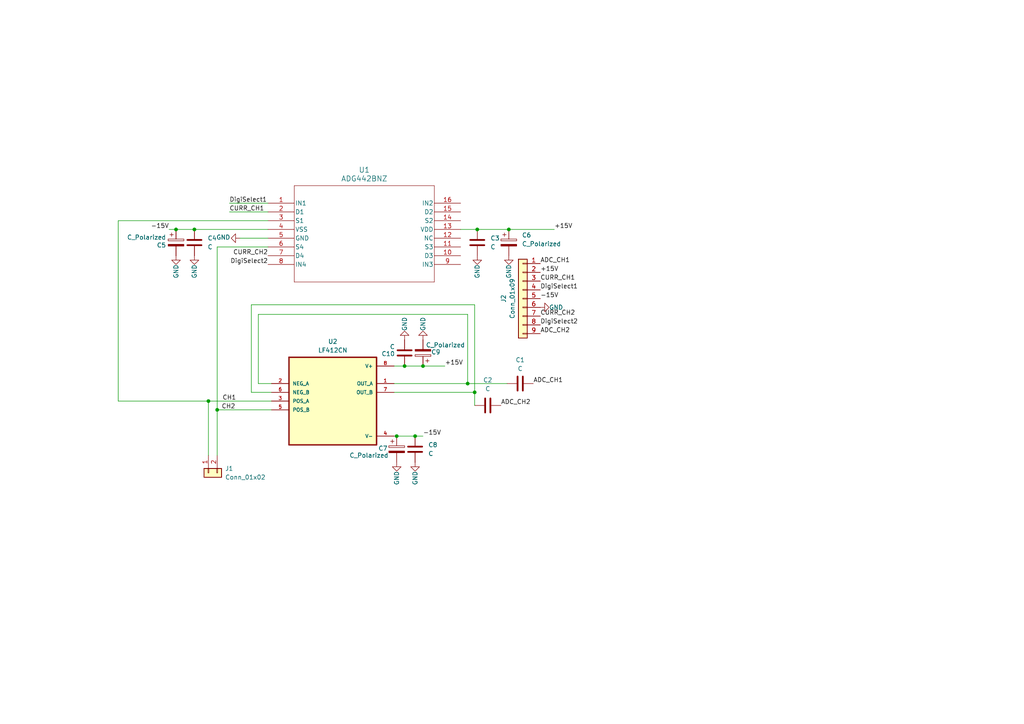
<source format=kicad_sch>
(kicad_sch (version 20230121) (generator eeschema)
  (paper "A4")
  (lib_symbols
    (symbol "ADG442BNZ:ADG442BNZ" (pin_names (offset 0.254))
      (property "Reference" "U" (at 27.94 10.16 0))
      (property "Value" "ADG442BNZ" (at 27.94 7.62 0))
      (symbol "ADG442BNZ_0_1"
        (polyline (pts (xy 7.62 -22.86) (xy 48.26 -22.86)) (stroke (width 0.127)))
        (polyline (pts (xy 7.62 5.08) (xy 7.62 -22.86)) (stroke (width 0.127)))
        (polyline (pts (xy 48.26 -22.86) (xy 48.26 5.08)) (stroke (width 0.127)))
        (polyline (pts (xy 48.26 5.08) (xy 7.62 5.08)) (stroke (width 0.127)))
        (pin unspecified line (at 0 0 0) (length 7.62) (name "IN1") (number "1"))
        (pin unspecified line (at 55.88 -15.24 180) (length 7.62) (name "D3") (number "10"))
        (pin unspecified line (at 55.88 -12.7 180) (length 7.62) (name "S3") (number "11"))
        (pin unspecified line (at 55.88 -10.16 180) (length 7.62) (name "NC") (number "12"))
        (pin power_in line (at 55.88 -7.62 180) (length 7.62) (name "VDD") (number "13"))
        (pin unspecified line (at 55.88 -5.08 180) (length 7.62) (name "S2") (number "14"))
        (pin unspecified line (at 55.88 -2.54 180) (length 7.62) (name "D2") (number "15"))
        (pin unspecified line (at 55.88 0 180) (length 7.62) (name "IN2") (number "16"))
        (pin unspecified line (at 0 -2.54 0) (length 7.62) (name "D1") (number "2"))
        (pin unspecified line (at 0 -5.08 0) (length 7.62) (name "S1") (number "3"))
        (pin power_in line (at 0 -7.62 0) (length 7.62) (name "VSS") (number "4"))
        (pin unspecified line (at 0 -10.16 0) (length 7.62) (name "GND") (number "5"))
        (pin unspecified line (at 0 -12.7 0) (length 7.62) (name "S4") (number "6"))
        (pin unspecified line (at 0 -15.24 0) (length 7.62) (name "D4") (number "7"))
        (pin unspecified line (at 0 -17.78 0) (length 7.62) (name "IN4") (number "8"))
        (pin unspecified line (at 55.88 -17.78 180) (length 7.62) (name "IN3") (number "9"))
      )
    )
    (symbol "Connector_Generic:Conn_01x02" (pin_names (offset 1.016) hide)
      (property "Reference" "J" (at 0 2.54 0))
      (property "Value" "Conn_01x02" (at 0 -5.08 0))
      (symbol "Conn_01x02_1_1"
        (rectangle (start -1.27 -2.413) (end 0 -2.667) (stroke (width 0.1524)))
        (rectangle (start -1.27 0.127) (end 0 -0.127) (stroke (width 0.1524)))
        (rectangle (start -1.27 1.27) (end 1.27 -3.81) (stroke (width 0.254)) (fill (type background)))
        (pin passive line (at -5.08 0 0) (length 3.81) (name "Pin_1") (number "1"))
        (pin passive line (at -5.08 -2.54 0) (length 3.81) (name "Pin_2") (number "2"))
      )
    )
    (symbol "Connector_Generic:Conn_01x09" (pin_names (offset 1.016) hide)
      (property "Reference" "J" (at 0 12.7 0))
      (property "Value" "Conn_01x09" (at 0 -12.7 0))
      (symbol "Conn_01x09_1_1"
        (rectangle (start -1.27 -10.033) (end 0 -10.287) (stroke (width 0.1524)))
        (rectangle (start -1.27 -7.493) (end 0 -7.747) (stroke (width 0.1524)))
        (rectangle (start -1.27 -4.953) (end 0 -5.207) (stroke (width 0.1524)))
        (rectangle (start -1.27 -2.413) (end 0 -2.667) (stroke (width 0.1524)))
        (rectangle (start -1.27 0.127) (end 0 -0.127) (stroke (width 0.1524)))
        (rectangle (start -1.27 2.667) (end 0 2.413) (stroke (width 0.1524)))
        (rectangle (start -1.27 5.207) (end 0 4.953) (stroke (width 0.1524)))
        (rectangle (start -1.27 7.747) (end 0 7.493) (stroke (width 0.1524)))
        (rectangle (start -1.27 10.287) (end 0 10.033) (stroke (width 0.1524)))
        (rectangle (start -1.27 11.43) (end 1.27 -11.43) (stroke (width 0.254)) (fill (type background)))
        (pin passive line (at -5.08 10.16 0) (length 3.81) (name "Pin_1") (number "1"))
        (pin passive line (at -5.08 7.62 0) (length 3.81) (name "Pin_2") (number "2"))
        (pin passive line (at -5.08 5.08 0) (length 3.81) (name "Pin_3") (number "3"))
        (pin passive line (at -5.08 2.54 0) (length 3.81) (name "Pin_4") (number "4"))
        (pin passive line (at -5.08 0 0) (length 3.81) (name "Pin_5") (number "5"))
        (pin passive line (at -5.08 -2.54 0) (length 3.81) (name "Pin_6") (number "6"))
        (pin passive line (at -5.08 -5.08 0) (length 3.81) (name "Pin_7") (number "7"))
        (pin passive line (at -5.08 -7.62 0) (length 3.81) (name "Pin_8") (number "8"))
        (pin passive line (at -5.08 -10.16 0) (length 3.81) (name "Pin_9") (number "9"))
      )
    )
    (symbol "Device:C" (pin_numbers hide) (pin_names (offset 0.254))
      (property "Reference" "C" (at 0.635 2.54 0))
      (property "Value" "C" (at 0.635 -2.54 0))
      (symbol "C_0_1"
        (polyline (pts (xy -2.032 -0.762) (xy 2.032 -0.762)) (stroke (width 0.508)))
        (polyline (pts (xy -2.032 0.762) (xy 2.032 0.762)) (stroke (width 0.508)))
      )
      (symbol "C_1_1"
        (pin passive line (at 0 3.81 270) (length 2.794) (name "~") (number "1"))
        (pin passive line (at 0 -3.81 90) (length 2.794) (name "~") (number "2"))
      )
    )
    (symbol "Device:C_Polarized" (pin_numbers hide) (pin_names (offset 0.254))
      (property "Reference" "C" (at 0.635 2.54 0))
      (property "Value" "C_Polarized" (at 0.635 -2.54 0))
      (symbol "C_Polarized_0_1"
        (rectangle (start -2.286 0.508) (end 2.286 1.016))
        (polyline (pts (xy -1.778 2.286) (xy -0.762 2.286)))
        (polyline (pts (xy -1.27 2.794) (xy -1.27 1.778)))
        (rectangle (start 2.286 -0.508) (end -2.286 -1.016) (fill (type outline)))
      )
      (symbol "C_Polarized_1_1"
        (pin passive line (at 0 3.81 270) (length 2.794) (name "~") (number "1"))
        (pin passive line (at 0 -3.81 90) (length 2.794) (name "~") (number "2"))
      )
    )
    (symbol "LF412CN:LF412CN" (pin_names (offset 1.016))
      (property "Reference" "U" (at -12.7 13.7 0))
      (property "Value" "LF412CN" (at -12.7 -16.7 0))
      (symbol "LF412CN_0_0"
        (rectangle (start -12.7 12.7) (end 12.7 -12.7) (stroke (width 0.41)) (fill (type background)))
        (pin output line (at 17.78 5.08 180) (length 5.08) (name "OUT_A") (number "1"))
        (pin input line (at -17.78 5.08 0) (length 5.08) (name "NEG_A") (number "2"))
        (pin input line (at -17.78 0 0) (length 5.08) (name "POS_A") (number "3"))
        (pin power_in line (at 17.78 -10.16 180) (length 5.08) (name "V-") (number "4"))
        (pin input line (at -17.78 -2.54 0) (length 5.08) (name "POS_B") (number "5"))
        (pin input line (at -17.78 2.54 0) (length 5.08) (name "NEG_B") (number "6"))
        (pin output line (at 17.78 2.54 180) (length 5.08) (name "OUT_B") (number "7"))
        (pin power_in line (at 17.78 10.16 180) (length 5.08) (name "V+") (number "8"))
      )
    )
    (symbol "power:GND" (power) (pin_names (offset 0))
      (property "Value" "GND" (at 0 -3.81 0))
      (symbol "GND_0_1"
        (polyline (pts (xy 0 0) (xy 0 -1.27) (xy 1.27 -1.27) (xy 0 -2.54) (xy -1.27 -1.27) (xy 0 -1.27)))
      )
      (symbol "GND_1_1"
        (pin power_in line (at 0 0 270) (length 0) hide (name "GND") (number "1"))
      )
    )
  )
  (junction (at 138.43 66.548))
  (junction (at 122.682 106.172))
  (junction (at 60.452 116.332))
  (junction (at 62.992 118.872))
  (junction (at 120.396 126.492))
  (junction (at 115.062 126.492))
  (junction (at 135.636 111.252))
  (junction (at 147.574 66.548))
  (junction (at 137.668 113.792))
  (junction (at 117.348 106.172))
  (junction (at 56.388 66.548))
  (junction (at 51.054 66.548))
  (wire (pts (xy 49.022 66.548) (xy 51.054 66.548)))
  (wire (pts (xy 138.43 66.548) (xy 133.604 66.548)))
  (wire (pts (xy 74.93 111.252) (xy 78.74 111.252)))
  (wire (pts (xy 160.782 66.548) (xy 147.574 66.548)))
  (wire (pts (xy 60.452 116.332) (xy 78.74 116.332)))
  (wire (pts (xy 51.054 66.548) (xy 56.388 66.548)))
  (wire (pts (xy 72.898 113.792) (xy 72.898 88.392)))
  (wire (pts (xy 122.682 126.492) (xy 120.396 126.492)))
  (wire (pts (xy 74.93 91.186) (xy 135.636 91.186)))
  (wire (pts (xy 34.29 64.008) (xy 34.29 116.332)))
  (wire (pts (xy 147.574 66.548) (xy 138.43 66.548)))
  (wire (pts (xy 135.636 91.186) (xy 135.636 111.252)))
  (wire (pts (xy 69.596 69.088) (xy 77.724 69.088)))
  (wire (pts (xy 135.636 111.252) (xy 147.066 111.252)))
  (wire (pts (xy 120.396 126.492) (xy 115.062 126.492)))
  (wire (pts (xy 72.898 88.392) (xy 137.668 88.392)))
  (wire (pts (xy 66.548 61.468) (xy 77.724 61.468)))
  (wire (pts (xy 62.992 118.872) (xy 78.74 118.872)))
  (wire (pts (xy 137.668 117.602) (xy 137.668 113.792)))
  (wire (pts (xy 137.668 113.792) (xy 137.668 88.392)))
  (wire (pts (xy 77.724 64.008) (xy 34.29 64.008)))
  (wire (pts (xy 77.724 71.628) (xy 62.992 71.628)))
  (wire (pts (xy 117.348 106.172) (xy 114.3 106.172)))
  (wire (pts (xy 72.898 113.792) (xy 78.74 113.792)))
  (wire (pts (xy 56.388 66.548) (xy 77.724 66.548)))
  (wire (pts (xy 135.636 111.252) (xy 114.3 111.252)))
  (wire (pts (xy 129.032 106.172) (xy 122.682 106.172)))
  (wire (pts (xy 74.93 91.186) (xy 74.93 111.252)))
  (wire (pts (xy 122.682 106.172) (xy 117.348 106.172)))
  (wire (pts (xy 137.668 113.792) (xy 114.3 113.792)))
  (wire (pts (xy 62.992 118.872) (xy 62.992 132.08)))
  (wire (pts (xy 62.992 71.628) (xy 62.992 118.872)))
  (wire (pts (xy 115.062 126.492) (xy 114.3 126.492)))
  (wire (pts (xy 60.452 116.332) (xy 60.452 132.08)))
  (wire (pts (xy 66.548 58.928) (xy 77.724 58.928)))
  (wire (pts (xy 34.29 116.332) (xy 60.452 116.332)))
  (label "ADC_CH2" (at 145.288 117.602 0))
  (label "ADC_CH1" (at 154.686 111.252 0))
  (label "CH1" (at 64.516 116.332 0))
  (label "DigiSelect2" (at 156.718 94.234 0))
  (label "CURR_CH2" (at 156.718 91.694 0))
  (label "CURR_CH2" (at 77.724 74.168 180))
  (label "+15V" (at 129.032 106.172 0))
  (label "-15V" (at 49.022 66.548 180))
  (label "DigiSelect1" (at 156.718 84.074 0))
  (label "CURR_CH1" (at 66.548 61.468 0))
  (label "ADC_CH1" (at 156.718 76.454 0))
  (label "CH2" (at 64.262 118.872 0))
  (label "CURR_CH1" (at 156.718 81.534 0))
  (label "DigiSelect1" (at 66.548 58.928 0))
  (label "-15V" (at 156.718 86.614 0))
  (label "+15V" (at 156.718 78.994 0))
  (label "DigiSelect2" (at 77.724 76.708 180))
  (label "ADC_CH2" (at 156.718 96.774 0))
  (label "+15V" (at 160.782 66.548 0))
  (label "-15V" (at 122.682 126.492 0))
  (symbol (lib_id "Device:C_Polarized") (at 122.682 102.362 180) (unit 1)
    (property "Reference" "C9" (at 127.762 102.108 0) (effects (justify left)))
    (property "Value" "C_Polarized" (at 134.874 100.076 0) (effects (justify left)))
    (property "Footprint" "Capacitor_THT:C_Disc_D4.3mm_W1.9mm_P5.00mm" (effects hide))
  )
  (symbol (lib_id "Device:C") (at 117.348 102.362 180) (unit 1)
    (property "Reference" "C10" (at 114.554 102.616 0) (effects (justify left)))
    (property "Value" "C" (at 114.554 100.584 0) (effects (justify left)))
    (property "Footprint" "Capacitor_THT:C_Disc_D4.3mm_W1.9mm_P5.00mm" (effects hide))
  )
  (symbol (lib_id "power:GND") (at 117.348 98.552 0) (mirror x) (unit 1)
    (property "Reference" "#PWR010" (effects hide))
    (property "Value" "GND" (at 117.348 93.98 90))
  )
  (symbol (lib_id "power:GND") (at 120.396 134.112 0) (mirror y) (unit 1)
    (property "Reference" "#PWR08" (effects hide))
    (property "Value" "GND" (at 120.396 138.684 90))
  )
  (symbol (lib_id "Device:C") (at 120.396 130.302 0) (unit 1)
    (property "Reference" "C8" (at 124.206 129.032 0) (effects (justify left)))
    (property "Value" "C" (at 124.206 131.572 0) (effects (justify left)))
    (property "Footprint" "Capacitor_THT:C_Disc_D4.3mm_W1.9mm_P5.00mm" (effects hide))
  )
  (symbol (lib_id "Connector_Generic:Conn_01x09") (at 151.638 86.614 0) (mirror y) (unit 1)
    (property "Reference" "J2" (at 146.05 86.614 90))
    (property "Value" "Conn_01x09" (at 148.59 86.614 90))
    (property "Footprint" "Connector_PinSocket_2.54mm:PinSocket_1x09_P2.54mm_Vertical" (effects hide))
  )
  (symbol (lib_id "Device:C_Polarized") (at 115.062 130.302 0) (unit 1)
    (property "Reference" "C7" (at 109.728 130.048 0) (effects (justify left)))
    (property "Value" "C_Polarized" (at 101.346 132.08 0) (effects (justify left)))
    (property "Footprint" "Capacitor_THT:C_Disc_D4.3mm_W1.9mm_P5.00mm" (effects hide))
  )
  (symbol (lib_id "power:GND") (at 156.718 89.154 90) (mirror x) (unit 1)
    (property "Reference" "#PWR02" (effects hide))
    (property "Value" "GND" (at 161.29 89.154 90))
  )
  (symbol (lib_id "Device:C") (at 150.876 111.252 90) (unit 1)
    (property "Reference" "C1" (at 150.876 104.394 90))
    (property "Value" "C" (at 150.876 106.934 90))
    (property "Footprint" "Capacitor_THT:C_Disc_D4.3mm_W1.9mm_P5.00mm" (effects hide))
  )
  (symbol (lib_id "power:GND") (at 138.43 74.168 0) (mirror y) (unit 1)
    (property "Reference" "#PWR03" (effects hide))
    (property "Value" "GND" (at 138.43 78.74 90))
  )
  (symbol (lib_id "Connector_Generic:Conn_01x02") (at 60.452 137.16 90) (mirror x) (unit 1)
    (property "Reference" "J1" (at 65.278 135.89 90) (effects (justify right)))
    (property "Value" "Conn_01x02" (at 65.278 138.43 90) (effects (justify right)))
    (property "Footprint" "Connector_PinSocket_2.54mm:PinSocket_1x02_P2.54mm_Vertical" (effects hide))
  )
  (symbol (lib_id "power:GND") (at 147.574 74.168 0) (mirror y) (unit 1)
    (property "Reference" "#PWR04" (effects hide))
    (property "Value" "GND" (at 147.574 78.74 90))
  )
  (symbol (lib_id "LF412CN:LF412CN") (at 96.52 116.332 0) (unit 1)
    (property "Reference" "U2" (at 96.52 99.06 0))
    (property "Value" "LF412CN" (at 96.52 101.6 0))
    (property "Footprint" "LF412:LF412CN" (effects hide))
  )
  (symbol (lib_id "power:GND") (at 69.596 69.088 270) (unit 1)
    (property "Reference" "#PWR01" (effects hide))
    (property "Value" "GND" (at 66.802 68.834 90) (effects (justify right)))
  )
  (symbol (lib_id "Device:C") (at 141.478 117.602 90) (unit 1)
    (property "Reference" "C2" (at 141.478 110.236 90))
    (property "Value" "C" (at 141.478 112.776 90))
    (property "Footprint" "Capacitor_THT:C_Disc_D6.0mm_W2.5mm_P5.00mm" (effects hide))
  )
  (symbol (lib_id "power:GND") (at 56.388 74.168 0) (mirror y) (unit 1)
    (property "Reference" "#PWR05" (effects hide))
    (property "Value" "GND" (at 56.388 78.74 90))
  )
  (symbol (lib_id "power:GND") (at 51.054 74.168 0) (mirror y) (unit 1)
    (property "Reference" "#PWR06" (effects hide))
    (property "Value" "GND" (at 51.054 78.74 90))
  )
  (symbol (lib_id "power:GND") (at 122.682 98.552 0) (mirror x) (unit 1)
    (property "Reference" "#PWR09" (effects hide))
    (property "Value" "GND" (at 122.682 93.98 90))
  )
  (symbol (lib_id "Device:C_Polarized") (at 147.574 70.358 0) (unit 1)
    (property "Reference" "C6" (at 151.384 68.199 0) (effects (justify left)))
    (property "Value" "C_Polarized" (at 151.384 70.739 0) (effects (justify left)))
    (property "Footprint" "Capacitor_THT:C_Disc_D4.3mm_W1.9mm_P5.00mm" (effects hide))
  )
  (symbol (lib_id "Device:C") (at 56.388 70.358 0) (unit 1)
    (property "Reference" "C4" (at 60.198 69.088 0) (effects (justify left)))
    (property "Value" "C" (at 60.198 71.628 0) (effects (justify left)))
    (property "Footprint" "Capacitor_THT:C_Disc_D4.3mm_W1.9mm_P5.00mm" (effects hide))
  )
  (symbol (lib_id "power:GND") (at 115.062 134.112 0) (mirror y) (unit 1)
    (property "Reference" "#PWR07" (effects hide))
    (property "Value" "GND" (at 115.062 138.684 90))
  )
  (symbol (lib_id "ADG442BNZ:ADG442BNZ") (at 77.724 58.928 0) (unit 1)
    (property "Reference" "U1" (at 105.664 49.276 0) (effects (font (size 1.524 1.524))))
    (property "Value" "ADG442BNZ" (at 105.664 51.816 0) (effects (font (size 1.524 1.524))))
    (property "Footprint" "ADG442:N_16_ADI" (effects hide))
    (property "Datasheet" "ADG442BNZ" (effects hide))
  )
  (symbol (lib_id "Device:C") (at 138.43 70.358 0) (unit 1)
    (property "Reference" "C3" (at 142.24 69.088 0) (effects (justify left)))
    (property "Value" "C" (at 142.24 71.628 0) (effects (justify left)))
    (property "Footprint" "Capacitor_THT:C_Disc_D4.3mm_W1.9mm_P5.00mm" (effects hide))
  )
  (symbol (lib_id "Device:C_Polarized") (at 51.054 70.358 0) (unit 1)
    (property "Reference" "C5" (at 45.466 71.12 0) (effects (justify left)))
    (property "Value" "C_Polarized" (at 36.83 68.834 0) (effects (justify left)))
    (property "Footprint" "Capacitor_THT:C_Disc_D4.3mm_W1.9mm_P5.00mm" (effects hide))
  )
)
</source>
